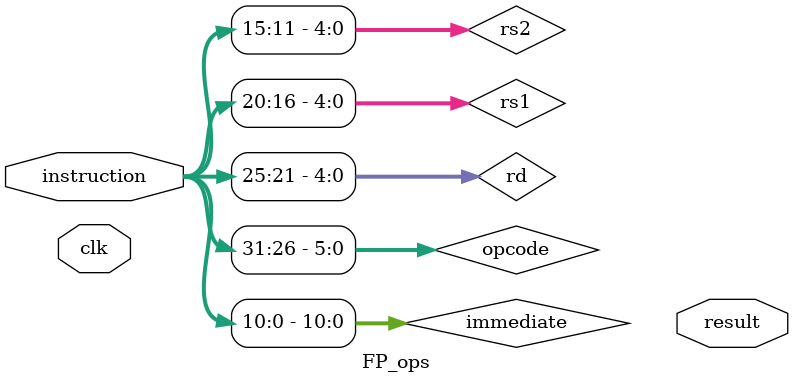
<source format=v>
`timescale 1ns / 1ps


module FP_ops(
    input           clk,
    input   [31:0]  instruction,
    output  [31:0]  result   
    );
    
//    wire [31:0] reg_data1, reg_data2;            // Register values read from the Register File
//    wire [31:0] alu_result;                      // ALU result
//    reg [31:0] memory_data;                      // To handle memory-related operations
//    reg reg_write;                              // Enable register write
//    reg [31:0] memory [0:255];                  // Simple memory (256 words)
    
    wire [4:0] cc_flags;                        // Condition Code flags from ALU (overflow, underflow, etc.)
    wire [5:0] opcode = instruction[31:26];     // OpCode: bits 31-26
    wire [4:0] rd = instruction[25:21];         // Destination register: bits 25-21
    wire [4:0] rs1 = instruction[20:16];        // Source register 1: bits 20-16
    wire [4:0] rs2 = instruction[15:11];        // Source register 2: bits 15-11
    wire [10:0] immediate = instruction[10:0];  // Immediate/Address: bits 10-0
    
    // Instantiate Register File
    RegisterFile regfile (
        .clk(clk),
        .read_reg1(rs1), 
        .read_reg2(rs2), 
        .write_reg(rd), 
        .write_data(alu_result), 
        .reg_write(reg_write), 
        .reg_data1(reg_data1), 
        .reg_data2(reg_data2),
        .cc_flags(cc_flags),                     // Pass CC flags to Register File
        .pc(),                   // Program Counter (R0)
        .sp()
    );
    
    // Instantiate ALU
    FP_ALU fp_alu (
        .a(reg_data1),
        .b(reg_data2),
        .operation(opcode[3:0]),     // The lower 4 bits of the opcode are passed to the ALU for operation
        .cin(1'b0),                  // Carry-in is 0 for now
        .result(alu_result),
        .overflow(cc_flags[4]),      // Overflow flag
        .underflow(cc_flags[3]),     // Underflow flag
//        .equal(cc_flags[2]),         // Equal flag
//        .less_than(cc_flags[1]),     // Less than flag
//        .less_than_equal(cc_flags[0]), // Less than or equal flag
        .carry_out()                 // Not used for now
    );
endmodule

</source>
